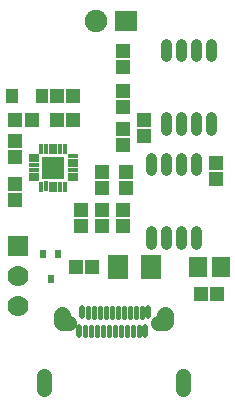
<source format=gts>
G04 ---------------------------- Layer name :TOP SOLDER LAYER*
G04 EasyEDA v5.8.22, Wed, 26 Dec 2018 05:37:28 GMT*
G04 8ad1f06e4ff34cadb9936333048842b5*
G04 Gerber Generator version 0.2*
G04 Scale: 100 percent, Rotated: No, Reflected: No *
G04 Dimensions in inches *
G04 leading zeros omitted , absolute positions ,2 integer and 4 decimal *
%FSLAX24Y24*%
%MOIN*%
G90*
G70D02*

%ADD48C,0.017843*%
%ADD49C,0.019810*%
%ADD50C,0.055240*%
%ADD51C,0.051307*%
%ADD52C,0.035559*%
%ADD53R,0.076900X0.076900*%
%ADD54R,0.018000X0.035560*%
%ADD55R,0.035560X0.018000*%
%ADD56R,0.051307X0.047370*%
%ADD57R,0.071000X0.079000*%
%ADD58R,0.047370X0.051307*%
%ADD59R,0.060000X0.067900*%
%ADD60R,0.023748X0.031622*%
%ADD61C,0.070000*%
%ADD62R,0.070000X0.070000*%
%ADD63R,0.074929X0.070000*%
%ADD64C,0.074929*%
%ADD65R,0.039496X0.047370*%
%ADD66C,0.025716*%
%ADD67C,0.032400*%

%LPD*%
G54D48*
G01X3553Y2501D02*
G01X3553Y2205D01*
G01X3750Y2501D02*
G01X3750Y2205D01*
G01X3948Y2501D02*
G01X3948Y2205D01*
G01X4144Y2501D02*
G01X4144Y2205D01*
G54D49*
G01X2759Y2492D02*
G01X2759Y2215D01*
G54D48*
G01X2963Y2501D02*
G01X2963Y2205D01*
G01X3159Y2501D02*
G01X3159Y2205D01*
G01X3357Y2501D02*
G01X3357Y2205D01*
G01X4340Y2501D02*
G01X4340Y2205D01*
G01X4538Y2501D02*
G01X4538Y2205D01*
G01X4735Y2501D02*
G01X4735Y2205D01*
G54D49*
G01X4939Y2492D02*
G01X4939Y2215D01*
G54D48*
G01X3651Y3132D02*
G01X3651Y2836D01*
G01X3848Y3132D02*
G01X3848Y2836D01*
G01X4046Y3132D02*
G01X4046Y2836D01*
G01X4243Y3132D02*
G01X4243Y2836D01*
G54D49*
G01X2857Y3121D02*
G01X2857Y2846D01*
G54D48*
G01X3061Y3132D02*
G01X3061Y2836D01*
G01X3259Y3132D02*
G01X3259Y2836D01*
G01X4439Y3132D02*
G01X4439Y2836D01*
G01X4636Y3132D02*
G01X4636Y2836D01*
G01X4832Y3132D02*
G01X4832Y2836D01*
G54D49*
G01X5038Y3121D02*
G01X5038Y2846D01*
G54D48*
G01X3457Y3132D02*
G01X3457Y2836D01*
G54D50*
G01X5601Y2873D02*
G01X5601Y2638D01*
G01X2198Y2873D02*
G01X2198Y2638D01*
G54D51*
G01X6214Y471D02*
G01X6214Y865D01*
G01X6214Y709D02*
G01X6214Y432D01*
G01X1584Y471D02*
G01X1584Y865D01*
G01X1588Y709D02*
G01X1588Y432D01*
G01X5385Y2617D02*
G01X5581Y2617D01*
G01X2219Y2619D02*
G01X2415Y2619D01*
G54D52*
G01X5150Y5696D02*
G01X5150Y5263D01*
G01X5650Y5696D02*
G01X5650Y5263D01*
G01X6150Y5696D02*
G01X6150Y5263D01*
G01X6650Y5696D02*
G01X6650Y5263D01*
G01X5150Y8136D02*
G01X5150Y7703D01*
G01X5650Y8136D02*
G01X5650Y7703D01*
G01X6150Y8136D02*
G01X6150Y7703D01*
G01X6650Y8136D02*
G01X6650Y7703D01*
G01X7150Y11503D02*
G01X7150Y11936D01*
G01X6650Y11503D02*
G01X6650Y11936D01*
G01X6150Y11503D02*
G01X6150Y11936D01*
G01X5650Y11503D02*
G01X5650Y11936D01*
G01X7150Y9063D02*
G01X7150Y9496D01*
G01X6650Y9063D02*
G01X6650Y9496D01*
G01X6150Y9063D02*
G01X6150Y9496D01*
G01X5650Y9063D02*
G01X5650Y9496D01*
G54D53*
G01X1880Y7800D03*
G54D54*
G01X1486Y7169D03*
G01X1644Y7170D03*
G01X1801Y7169D03*
G01X1959Y7169D03*
G01X2117Y7169D03*
G01X2274Y7169D03*
G54D55*
G01X2550Y7406D03*
G01X2550Y7563D03*
G01X2550Y7721D03*
G01X2550Y7879D03*
G01X2549Y8036D03*
G01X2549Y8194D03*
G54D54*
G01X2274Y8430D03*
G01X2117Y8430D03*
G01X1958Y8429D03*
G01X1801Y8430D03*
G01X1643Y8430D03*
G01X1487Y8429D03*
G54D55*
G01X1249Y8194D03*
G01X1249Y8037D03*
G01X1249Y7879D03*
G01X1249Y7721D03*
G01X1249Y7563D03*
G01X1249Y7406D03*
G54D56*
G01X600Y7260D03*
G01X600Y6709D03*
G01X600Y8139D03*
G01X600Y8690D03*
G01X7300Y7960D03*
G01X7300Y7409D03*
G01X4200Y8539D03*
G01X4200Y9090D03*
G01X4900Y8839D03*
G01X4900Y9390D03*
G01X4200Y10360D03*
G01X4200Y9809D03*
G01X4200Y11139D03*
G01X4200Y11690D03*
G54D57*
G01X5160Y4500D03*
G01X4040Y4500D03*
G54D58*
G01X2639Y4500D03*
G01X3190Y4500D03*
G01X7360Y3600D03*
G01X6809Y3600D03*
G54D59*
G01X6718Y4500D03*
G01X7481Y4500D03*
G54D56*
G01X2800Y5839D03*
G01X2800Y6390D03*
G01X3500Y5839D03*
G01X3500Y6390D03*
G01X4200Y5839D03*
G01X4200Y6390D03*
G01X4300Y7660D03*
G01X4300Y7109D03*
G01X3500Y7660D03*
G01X3500Y7109D03*
G54D60*
G01X2055Y4913D03*
G01X1544Y4913D03*
G01X1800Y4086D03*
G54D61*
G01X700Y3200D03*
G01X700Y4200D03*
G54D62*
G01X700Y5200D03*
G54D63*
G01X4300Y12700D03*
G54D64*
G01X3300Y12700D03*
G54D65*
G01X1500Y10200D03*
G01X500Y10200D03*
G54D58*
G01X2560Y10200D03*
G01X2009Y10200D03*
G01X2560Y9400D03*
G01X2009Y9400D03*
G01X624Y9400D03*
G01X1175Y9400D03*
G54D66*
G01X3100Y4400D03*
G54D67*
G01X4100Y4500D03*
M00*
M02*

</source>
